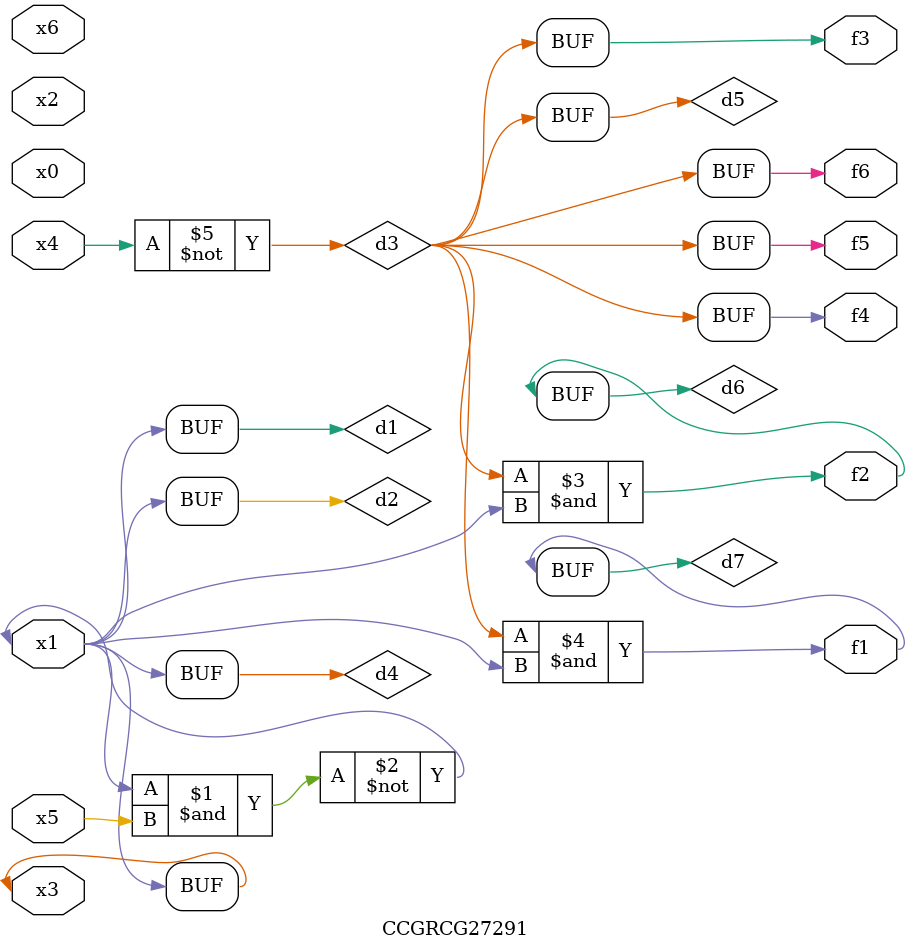
<source format=v>
module CCGRCG27291(
	input x0, x1, x2, x3, x4, x5, x6,
	output f1, f2, f3, f4, f5, f6
);

	wire d1, d2, d3, d4, d5, d6, d7;

	buf (d1, x1, x3);
	nand (d2, x1, x5);
	not (d3, x4);
	buf (d4, d1, d2);
	buf (d5, d3);
	and (d6, d3, d4);
	and (d7, d3, d4);
	assign f1 = d7;
	assign f2 = d6;
	assign f3 = d5;
	assign f4 = d5;
	assign f5 = d5;
	assign f6 = d5;
endmodule

</source>
